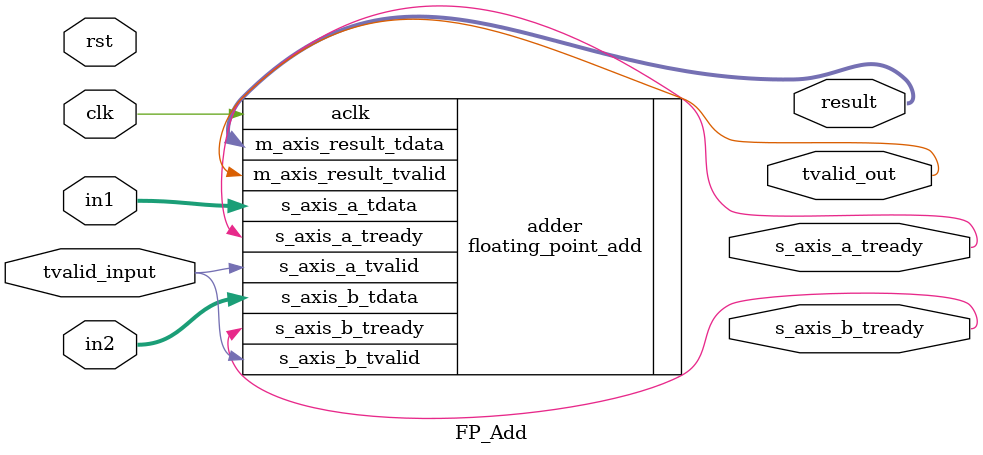
<source format=v>
`timescale 1ns / 1ps


module FP_Add(
    input               clk,
    input               rst,
    input               tvalid_input,
    input   [31:0]      in1,
    input   [31:0]      in2,
    
    output              s_axis_a_tready,
    output              s_axis_b_tready,
    output              tvalid_out,
    output  [31:0]      result   
    );
    reg                 r_tvalid_input;
    reg     [31:0]      r_in1;
    reg     [31:0]      r_in2;
    
    always @(posedge clk) begin
        if(rst) begin
            r_tvalid_input <= 1'b0;
            r_in1          <= 32'h0000_0000;
            r_in2          <= 32'h0000_0000;
        end
        else begin
            r_tvalid_input <= tvalid_input;         
            r_in1          <= in1;
            r_in2          <= in2;
        end
    end
    
    floating_point_add adder (
  .aclk(clk),                                  // input wire aclk
  .s_axis_a_tvalid(tvalid_input),            // input wire s_axis_a_tvalid
  .s_axis_a_tready(s_axis_a_tready),            // output wire s_axis_a_tready
  .s_axis_a_tdata(in1),              // input wire [31 : 0] s_axis_a_tdata
  .s_axis_b_tvalid(tvalid_input),            // input wire s_axis_b_tvalid
  .s_axis_b_tready(s_axis_b_tready),            // output wire s_axis_b_tready
  .s_axis_b_tdata(in2),              // input wire [31 : 0] s_axis_b_tdata
  .m_axis_result_tvalid(tvalid_out),  // output wire m_axis_result_tvalid
  .m_axis_result_tdata(result)    // output wire [31 : 0] m_axis_result_tdata
);
        
endmodule

</source>
